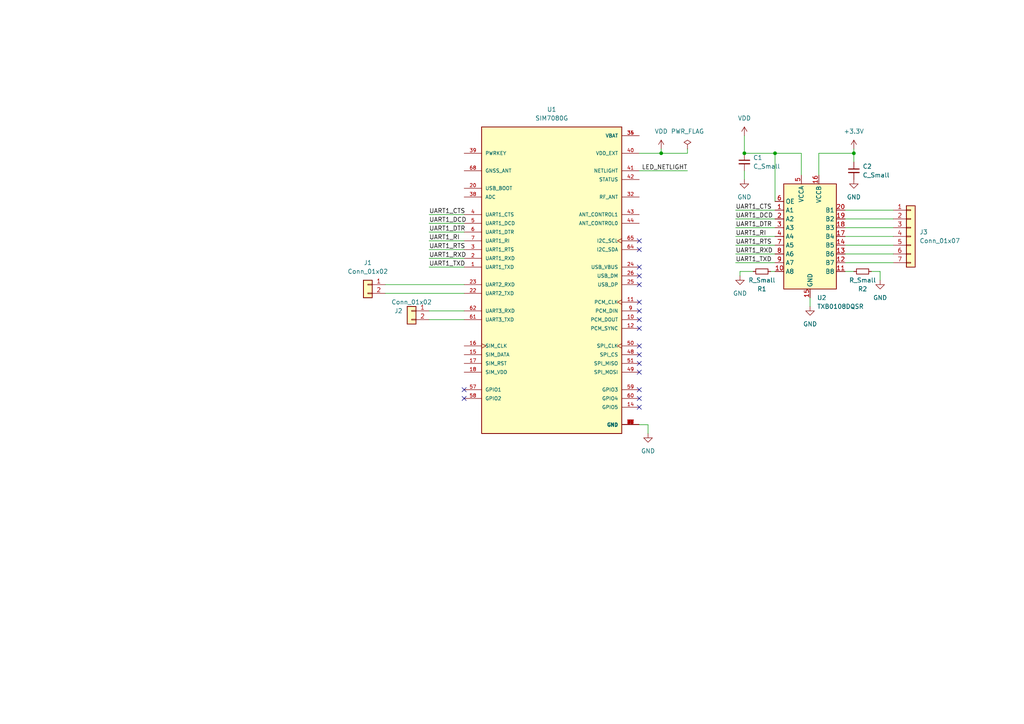
<source format=kicad_sch>
(kicad_sch (version 20211123) (generator eeschema)
  (paper "A4")
  (lib_symbols
    (symbol "Connector_Generic:Conn_01x02" (pin_names (offset 1.016) hide)
      (property "Reference" "J" (at 0 2.54 0))
      (property "Value" "Conn_01x02" (at 0 -5.08 0))
      (symbol "Conn_01x02_1_1"
        (rectangle (start -1.27 -2.413) (end 0 -2.667) (stroke (width 0.1524)))
        (rectangle (start -1.27 0.127) (end 0 -0.127) (stroke (width 0.1524)))
        (rectangle (start -1.27 1.27) (end 1.27 -3.81) (stroke (width 0.254)) (fill (type background)))
        (pin passive line (at -5.08 0 0) (length 3.81) (name "Pin_1") (number "1"))
        (pin passive line (at -5.08 -2.54 0) (length 3.81) (name "Pin_2") (number "2"))
      )
    )
    (symbol "Connector_Generic:Conn_01x07" (pin_names (offset 1.016) hide)
      (property "Reference" "J" (at 0 10.16 0))
      (property "Value" "Conn_01x07" (at 0 -10.16 0))
      (symbol "Conn_01x07_1_1"
        (rectangle (start -1.27 -7.493) (end 0 -7.747) (stroke (width 0.1524)))
        (rectangle (start -1.27 -4.953) (end 0 -5.207) (stroke (width 0.1524)))
        (rectangle (start -1.27 -2.413) (end 0 -2.667) (stroke (width 0.1524)))
        (rectangle (start -1.27 0.127) (end 0 -0.127) (stroke (width 0.1524)))
        (rectangle (start -1.27 2.667) (end 0 2.413) (stroke (width 0.1524)))
        (rectangle (start -1.27 5.207) (end 0 4.953) (stroke (width 0.1524)))
        (rectangle (start -1.27 7.747) (end 0 7.493) (stroke (width 0.1524)))
        (rectangle (start -1.27 8.89) (end 1.27 -8.89) (stroke (width 0.254)) (fill (type background)))
        (pin passive line (at -5.08 7.62 0) (length 3.81) (name "Pin_1") (number "1"))
        (pin passive line (at -5.08 5.08 0) (length 3.81) (name "Pin_2") (number "2"))
        (pin passive line (at -5.08 2.54 0) (length 3.81) (name "Pin_3") (number "3"))
        (pin passive line (at -5.08 0 0) (length 3.81) (name "Pin_4") (number "4"))
        (pin passive line (at -5.08 -2.54 0) (length 3.81) (name "Pin_5") (number "5"))
        (pin passive line (at -5.08 -5.08 0) (length 3.81) (name "Pin_6") (number "6"))
        (pin passive line (at -5.08 -7.62 0) (length 3.81) (name "Pin_7") (number "7"))
      )
    )
    (symbol "Device:C_Small" (pin_numbers hide) (pin_names (offset 0.254) hide)
      (property "Reference" "C" (at 0.254 1.778 0))
      (property "Value" "C_Small" (at 0.254 -2.032 0))
      (symbol "C_Small_0_1"
        (polyline (pts (xy -1.524 -0.508) (xy 1.524 -0.508)) (stroke (width 0.3302)))
        (polyline (pts (xy -1.524 0.508) (xy 1.524 0.508)) (stroke (width 0.3048)))
      )
      (symbol "C_Small_1_1"
        (pin passive line (at 0 2.54 270) (length 2.032) (name "~") (number "1"))
        (pin passive line (at 0 -2.54 90) (length 2.032) (name "~") (number "2"))
      )
    )
    (symbol "Device:R_Small" (pin_numbers hide) (pin_names (offset 0.254) hide)
      (property "Reference" "R" (at 0.762 0.508 0))
      (property "Value" "R_Small" (at 0.762 -1.016 0))
      (symbol "R_Small_0_1"
        (rectangle (start -0.762 1.778) (end 0.762 -1.778) (stroke (width 0.2032)))
      )
      (symbol "R_Small_1_1"
        (pin passive line (at 0 2.54 270) (length 0.762) (name "~") (number "1"))
        (pin passive line (at 0 -2.54 90) (length 0.762) (name "~") (number "2"))
      )
    )
    (symbol "Logic_LevelTranslator:TXB0108DQSR"
      (property "Reference" "U" (at -6.35 16.51 0))
      (property "Value" "TXB0108DQSR" (at 3.81 16.51 0))
      (symbol "TXB0108DQSR_0_1"
        (rectangle (start -7.62 15.24) (end 7.62 -15.24) (stroke (width 0.254)) (fill (type background)))
      )
      (symbol "TXB0108DQSR_1_1"
        (pin bidirectional line (at -10.16 7.62 0) (length 2.54) (name "A1") (number "1"))
        (pin bidirectional line (at -10.16 -10.16 0) (length 2.54) (name "A8") (number "10"))
        (pin bidirectional line (at 10.16 -10.16 180) (length 2.54) (name "B8") (number "11"))
        (pin bidirectional line (at 10.16 -7.62 180) (length 2.54) (name "B7") (number "12"))
        (pin bidirectional line (at 10.16 -5.08 180) (length 2.54) (name "B6") (number "13"))
        (pin bidirectional line (at 10.16 -2.54 180) (length 2.54) (name "B5") (number "14"))
        (pin power_in line (at 0 -17.78 90) (length 2.54) (name "GND") (number "15"))
        (pin power_in line (at 2.54 17.78 270) (length 2.54) (name "VCCB") (number "16"))
        (pin bidirectional line (at 10.16 0 180) (length 2.54) (name "B4") (number "17"))
        (pin bidirectional line (at 10.16 2.54 180) (length 2.54) (name "B3") (number "18"))
        (pin bidirectional line (at 10.16 5.08 180) (length 2.54) (name "B2") (number "19"))
        (pin bidirectional line (at -10.16 5.08 0) (length 2.54) (name "A2") (number "2"))
        (pin bidirectional line (at 10.16 7.62 180) (length 2.54) (name "B1") (number "20"))
        (pin bidirectional line (at -10.16 2.54 0) (length 2.54) (name "A3") (number "3"))
        (pin bidirectional line (at -10.16 0 0) (length 2.54) (name "A4") (number "4"))
        (pin power_in line (at -2.54 17.78 270) (length 2.54) (name "VCCA") (number "5"))
        (pin input line (at -10.16 10.16 0) (length 2.54) (name "OE") (number "6"))
        (pin bidirectional line (at -10.16 -2.54 0) (length 2.54) (name "A5") (number "7"))
        (pin bidirectional line (at -10.16 -5.08 0) (length 2.54) (name "A6") (number "8"))
        (pin bidirectional line (at -10.16 -7.62 0) (length 2.54) (name "A7") (number "9"))
      )
    )
    (symbol "SIM7080G:SIM7080G" (pin_names (offset 1.016))
      (property "Reference" "U" (at -20.066 44.196 0))
      (property "Value" "SIM7080G" (at -20.066 -46.736 0))
      (symbol "SIM7080G_0_0"
        (rectangle (start -20.32 -45.72) (end 20.32 43.18) (stroke (width 0.254)) (fill (type background)))
        (pin output line (at -25.4 2.54 0) (length 5.08) (name "UART1_TXD") (number "1"))
        (pin output line (at 25.4 -12.7 180) (length 5.08) (name "PCM_DOUT") (number "10"))
        (pin output clock (at 25.4 -7.62 180) (length 5.08) (name "PCM_CLK") (number "11"))
        (pin output line (at 25.4 -15.24 180) (length 5.08) (name "PCM_SYNC") (number "12"))
        (pin power_in line (at 25.4 -43.18 180) (length 5.08) (name "GND") (number "13"))
        (pin bidirectional line (at 25.4 -38.1 180) (length 5.08) (name "GPIO5") (number "14"))
        (pin bidirectional line (at -25.4 -22.86 0) (length 5.08) (name "SIM_DATA") (number "15"))
        (pin output clock (at -25.4 -20.32 0) (length 5.08) (name "SIM_CLK") (number "16"))
        (pin output line (at -25.4 -25.4 0) (length 5.08) (name "SIM_RST") (number "17"))
        (pin output line (at -25.4 -27.94 0) (length 5.08) (name "SIM_VDD") (number "18"))
        (pin power_in line (at 25.4 -43.18 180) (length 5.08) (name "GND") (number "19"))
        (pin input line (at -25.4 5.08 0) (length 5.08) (name "UART1_RXD") (number "2"))
        (pin input line (at -25.4 25.4 0) (length 5.08) (name "USB_BOOT") (number "20"))
        (pin power_in line (at 25.4 -43.18 180) (length 5.08) (name "GND") (number "21"))
        (pin output line (at -25.4 -5.08 0) (length 5.08) (name "UART2_TXD") (number "22"))
        (pin input line (at -25.4 -2.54 0) (length 5.08) (name "UART2_RXD") (number "23"))
        (pin input line (at 25.4 2.54 180) (length 5.08) (name "USB_VBUS") (number "24"))
        (pin bidirectional line (at 25.4 -2.54 180) (length 5.08) (name "USB_DP") (number "25"))
        (pin bidirectional line (at 25.4 0 180) (length 5.08) (name "USB_DM") (number "26"))
        (pin power_in line (at 25.4 -43.18 180) (length 5.08) (name "GND") (number "27"))
        (pin input line (at -25.4 7.62 0) (length 5.08) (name "UART1_RTS") (number "3"))
        (pin power_in line (at 25.4 -43.18 180) (length 5.08) (name "GND") (number "30"))
        (pin power_in line (at 25.4 -43.18 180) (length 5.08) (name "GND") (number "31"))
        (pin bidirectional line (at 25.4 22.86 180) (length 5.08) (name "RF_ANT") (number "32"))
        (pin power_in line (at 25.4 -43.18 180) (length 5.08) (name "GND") (number "33"))
        (pin power_in line (at 25.4 40.64 180) (length 5.08) (name "VBAT") (number "34"))
        (pin power_in line (at 25.4 40.64 180) (length 5.08) (name "VBAT") (number "35"))
        (pin power_in line (at 25.4 -43.18 180) (length 5.08) (name "GND") (number "36"))
        (pin power_in line (at 25.4 -43.18 180) (length 5.08) (name "GND") (number "37"))
        (pin input line (at -25.4 22.86 0) (length 5.08) (name "ADC") (number "38"))
        (pin input line (at -25.4 35.56 0) (length 5.08) (name "PWRKEY") (number "39"))
        (pin output line (at -25.4 17.78 0) (length 5.08) (name "UART1_CTS") (number "4"))
        (pin output line (at 25.4 35.56 180) (length 5.08) (name "VDD_EXT") (number "40"))
        (pin output line (at 25.4 30.48 180) (length 5.08) (name "NETLIGHT") (number "41"))
        (pin output line (at 25.4 27.94 180) (length 5.08) (name "STATUS") (number "42"))
        (pin bidirectional line (at 25.4 17.78 180) (length 5.08) (name "ANT_CONTROL1") (number "43"))
        (pin output line (at 25.4 15.24 180) (length 5.08) (name "ANT_CONTROL0") (number "44"))
        (pin power_in line (at 25.4 -43.18 180) (length 5.08) (name "GND") (number "45"))
        (pin output line (at 25.4 -22.86 180) (length 5.08) (name "SPI_CS") (number "48"))
        (pin output line (at 25.4 -27.94 180) (length 5.08) (name "SPI_MOSI") (number "49"))
        (pin output line (at -25.4 15.24 0) (length 5.08) (name "UART1_DCD") (number "5"))
        (pin output clock (at 25.4 -20.32 180) (length 5.08) (name "SPI_CLK") (number "50"))
        (pin input line (at 25.4 -25.4 180) (length 5.08) (name "SPI_MISO") (number "51"))
        (pin bidirectional line (at -25.4 -33.02 0) (length 5.08) (name "GPIO1") (number "57"))
        (pin bidirectional line (at -25.4 -35.56 0) (length 5.08) (name "GPIO2") (number "58"))
        (pin bidirectional line (at 25.4 -33.02 180) (length 5.08) (name "GPIO3") (number "59"))
        (pin input line (at -25.4 12.7 0) (length 5.08) (name "UART1_DTR") (number "6"))
        (pin bidirectional line (at 25.4 -35.56 180) (length 5.08) (name "GPIO4") (number "60"))
        (pin output line (at -25.4 -12.7 0) (length 5.08) (name "UART3_TXD") (number "61"))
        (pin input line (at -25.4 -10.16 0) (length 5.08) (name "UART3_RXD") (number "62"))
        (pin power_in line (at 25.4 -43.18 180) (length 5.08) (name "GND") (number "63"))
        (pin bidirectional line (at 25.4 7.62 180) (length 5.08) (name "I2C_SDA") (number "64"))
        (pin output clock (at 25.4 10.16 180) (length 5.08) (name "I2C_SCL") (number "65"))
        (pin power_in line (at 25.4 -43.18 180) (length 5.08) (name "GND") (number "66"))
        (pin power_in line (at 25.4 -43.18 180) (length 5.08) (name "GND") (number "67"))
        (pin input line (at -25.4 30.48 0) (length 5.08) (name "GNSS_ANT") (number "68"))
        (pin power_in line (at 25.4 -43.18 180) (length 5.08) (name "GND") (number "69"))
        (pin output line (at -25.4 10.16 0) (length 5.08) (name "UART1_RI") (number "7"))
        (pin power_in line (at 25.4 -43.18 180) (length 5.08) (name "GND") (number "70"))
        (pin power_in line (at 25.4 -43.18 180) (length 5.08) (name "GND") (number "71"))
        (pin power_in line (at 25.4 -43.18 180) (length 5.08) (name "GND") (number "72"))
        (pin power_in line (at 25.4 -43.18 180) (length 5.08) (name "GND") (number "73"))
        (pin power_in line (at 25.4 -43.18 180) (length 5.08) (name "GND") (number "74"))
        (pin power_in line (at 25.4 -43.18 180) (length 5.08) (name "GND") (number "75"))
        (pin power_in line (at 25.4 -43.18 180) (length 5.08) (name "GND") (number "76"))
        (pin power_in line (at 25.4 -43.18 180) (length 5.08) (name "GND") (number "77"))
        (pin power_in line (at 25.4 -43.18 180) (length 5.08) (name "GND") (number "8"))
        (pin input line (at 25.4 -10.16 180) (length 5.08) (name "PCM_DIN") (number "9"))
      )
    )
    (symbol "power:+3.3V" (power) (pin_names (offset 0))
      (property "Value" "+3.3V" (at 0 3.556 0))
      (symbol "+3.3V_0_1"
        (polyline (pts (xy -0.762 1.27) (xy 0 2.54)))
        (polyline (pts (xy 0 0) (xy 0 2.54)))
        (polyline (pts (xy 0 2.54) (xy 0.762 1.27)))
      )
      (symbol "+3.3V_1_1"
        (pin power_in line (at 0 0 90) (length 0) hide (name "+3.3V") (number "1"))
      )
    )
    (symbol "power:GND" (power) (pin_names (offset 0))
      (property "Value" "GND" (at 0 -3.81 0))
      (symbol "GND_0_1"
        (polyline (pts (xy 0 0) (xy 0 -1.27) (xy 1.27 -1.27) (xy 0 -2.54) (xy -1.27 -1.27) (xy 0 -1.27)))
      )
      (symbol "GND_1_1"
        (pin power_in line (at 0 0 270) (length 0) hide (name "GND") (number "1"))
      )
    )
    (symbol "power:PWR_FLAG" (power) (pin_numbers hide) (pin_names (offset 0) hide)
      (property "Value" "PWR_FLAG" (at 0 3.81 0))
      (symbol "PWR_FLAG_0_0"
        (pin power_out line (at 0 0 90) (length 0) (name "pwr") (number "1"))
      )
      (symbol "PWR_FLAG_0_1"
        (polyline (pts (xy 0 0) (xy 0 1.27) (xy -1.016 1.905) (xy 0 2.54) (xy 1.016 1.905) (xy 0 1.27)))
      )
    )
    (symbol "power:VDD" (power) (pin_names (offset 0))
      (property "Value" "VDD" (at 0 3.81 0))
      (symbol "VDD_0_1"
        (polyline (pts (xy -0.762 1.27) (xy 0 2.54)))
        (polyline (pts (xy 0 0) (xy 0 2.54)))
        (polyline (pts (xy 0 2.54) (xy 0.762 1.27)))
      )
      (symbol "VDD_1_1"
        (pin power_in line (at 0 0 90) (length 0) hide (name "VDD") (number "1"))
      )
    )
  )
  (junction (at 215.9 44.45))
  (junction (at 191.77 44.45))
  (junction (at 247.65 44.45))
  (junction (at 224.79 44.45))
  (no_connect (at 185.42 87.63))
  (no_connect (at 185.42 77.47))
  (no_connect (at 185.42 107.95))
  (no_connect (at 185.42 105.41))
  (no_connect (at 185.42 113.03))
  (no_connect (at 185.42 95.25))
  (no_connect (at 185.42 100.33))
  (no_connect (at 134.62 113.03))
  (no_connect (at 185.42 92.71))
  (no_connect (at 185.42 82.55))
  (no_connect (at 134.62 115.57))
  (no_connect (at 185.42 90.17))
  (no_connect (at 185.42 115.57))
  (no_connect (at 185.42 80.01))
  (no_connect (at 185.42 72.39))
  (no_connect (at 185.42 69.85))
  (no_connect (at 185.42 102.87))
  (no_connect (at 185.42 118.11))
  (wire (pts (xy 215.9 44.45) (xy 224.79 44.45)))
  (wire (pts (xy 124.46 72.39) (xy 134.62 72.39)))
  (wire (pts (xy 185.42 44.45) (xy 191.77 44.45)))
  (wire (pts (xy 224.79 58.42) (xy 224.79 44.45)))
  (wire (pts (xy 187.96 123.19) (xy 187.96 125.73)))
  (wire (pts (xy 245.11 66.04) (xy 259.08 66.04)))
  (wire (pts (xy 124.46 74.93) (xy 134.62 74.93)))
  (wire (pts (xy 191.77 44.45) (xy 199.39 44.45)))
  (wire (pts (xy 124.46 69.85) (xy 134.62 69.85)))
  (wire (pts (xy 213.36 71.12) (xy 224.79 71.12)))
  (wire (pts (xy 245.11 78.74) (xy 247.65 78.74)))
  (wire (pts (xy 247.65 43.18) (xy 247.65 44.45)))
  (wire (pts (xy 247.65 44.45) (xy 247.65 46.99)))
  (wire (pts (xy 199.39 49.53) (xy 185.42 49.53)))
  (wire (pts (xy 111.76 85.09) (xy 134.62 85.09)))
  (wire (pts (xy 213.36 60.96) (xy 224.79 60.96)))
  (wire (pts (xy 213.36 76.2) (xy 224.79 76.2)))
  (wire (pts (xy 255.27 78.74) (xy 255.27 81.28)))
  (wire (pts (xy 245.11 73.66) (xy 259.08 73.66)))
  (wire (pts (xy 124.46 67.31) (xy 134.62 67.31)))
  (wire (pts (xy 191.77 44.45) (xy 191.77 43.18)))
  (wire (pts (xy 215.9 49.53) (xy 215.9 52.07)))
  (wire (pts (xy 111.76 82.55) (xy 134.62 82.55)))
  (wire (pts (xy 245.11 71.12) (xy 259.08 71.12)))
  (wire (pts (xy 215.9 39.37) (xy 215.9 44.45)))
  (wire (pts (xy 124.46 92.71) (xy 134.62 92.71)))
  (wire (pts (xy 245.11 68.58) (xy 259.08 68.58)))
  (wire (pts (xy 199.39 43.18) (xy 199.39 44.45)))
  (wire (pts (xy 245.11 76.2) (xy 259.08 76.2)))
  (wire (pts (xy 232.41 50.8) (xy 232.41 44.45)))
  (wire (pts (xy 124.46 90.17) (xy 134.62 90.17)))
  (wire (pts (xy 252.73 78.74) (xy 255.27 78.74)))
  (wire (pts (xy 124.46 62.23) (xy 134.62 62.23)))
  (wire (pts (xy 245.11 63.5) (xy 259.08 63.5)))
  (wire (pts (xy 185.42 123.19) (xy 187.96 123.19)))
  (wire (pts (xy 224.79 44.45) (xy 232.41 44.45)))
  (wire (pts (xy 234.95 86.36) (xy 234.95 88.9)))
  (wire (pts (xy 214.63 78.74) (xy 214.63 80.01)))
  (wire (pts (xy 223.52 78.74) (xy 224.79 78.74)))
  (wire (pts (xy 237.49 44.45) (xy 247.65 44.45)))
  (wire (pts (xy 213.36 63.5) (xy 224.79 63.5)))
  (wire (pts (xy 237.49 50.8) (xy 237.49 44.45)))
  (wire (pts (xy 218.44 78.74) (xy 214.63 78.74)))
  (wire (pts (xy 245.11 60.96) (xy 259.08 60.96)))
  (wire (pts (xy 213.36 66.04) (xy 224.79 66.04)))
  (wire (pts (xy 124.46 64.77) (xy 134.62 64.77)))
  (wire (pts (xy 213.36 73.66) (xy 224.79 73.66)))
  (wire (pts (xy 124.46 77.47) (xy 134.62 77.47)))
  (wire (pts (xy 213.36 68.58) (xy 224.79 68.58)))
  (label "UART1_DTR" (at 213.36 66.04 0))
  (label "UART1_RTS" (at 124.46 72.39 0))
  (label "UART1_CTS" (at 124.46 62.23 0))
  (label "UART1_RXD" (at 213.36 73.66 0))
  (label "UART1_TXD" (at 124.46 77.47 0))
  (label "UART1_RTS" (at 213.36 71.12 0))
  (label "UART1_DTR" (at 124.46 67.31 0))
  (label "UART1_TXD" (at 213.36 76.2 0))
  (label "UART1_RI" (at 124.46 69.85 0))
  (label "UART1_DCD" (at 213.36 63.5 0))
  (label "UART1_RI" (at 213.36 68.58 0))
  (label "UART1_CTS" (at 213.36 60.96 0))
  (label "UART1_DCD" (at 124.46 64.77 0))
  (label "UART1_RXD" (at 124.46 74.93 0))
  (label "LED_NETLIGHT" (at 199.39 49.53 180))
  (symbol (lib_id "power:PWR_FLAG") (at 199.39 43.18 0) (unit 1)
    (property "Reference" "#FLG0101" (effects hide))
    (property "Value" "PWR_FLAG" (at 199.39 38.1 0))
  )
  (symbol (lib_id "Device:R_Small") (at 220.98 78.74 270) (unit 1)
    (property "Reference" "R1" (at 220.98 83.82 90))
    (property "Value" "R_Small" (at 220.98 81.28 90))
  )
  (symbol (lib_id "power:VDD") (at 215.9 39.37 0) (unit 1)
    (property "Reference" "#PWR04" (effects hide))
    (property "Value" "VDD" (at 215.9 34.29 0))
  )
  (symbol (lib_id "SIM7080G:SIM7080G") (at 160.02 80.01 0) (unit 1)
    (property "Reference" "U1" (at 160.02 31.75 0))
    (property "Value" "SIM7080G" (at 160.02 34.29 0))
    (property "Footprint" "SIM7080G:XCVR_SIM7080G" (effects hide))
    (property "PARTREV" "1.04" (effects hide))
    (property "STANDARD" "Manufacturer Recommendation" (effects hide))
    (property "MAXIMUM_PACKAGE_HEIGHT" "2.6 mm" (effects hide))
    (property "MANUFACTURER" "SIMCOM" (effects hide))
  )
  (symbol (lib_id "Connector_Generic:Conn_01x02") (at 119.38 90.17 0) (mirror y) (unit 1)
    (property "Reference" "J2" (at 115.57 90.17 0))
    (property "Value" "Conn_01x02" (at 119.38 87.63 0))
    (property "Footprint" "Connector_PinHeader_2.54mm:PinHeader_1x02_P2.54mm_Vertical" (effects hide))
  )
  (symbol (lib_id "Logic_LevelTranslator:TXB0108DQSR") (at 234.95 68.58 0) (unit 1)
    (property "Reference" "U2" (at 236.9694 86.36 0) (effects (justify left)))
    (property "Value" "TXB0108DQSR" (at 236.9694 88.9 0) (effects (justify left)))
    (property "Footprint" "Package_SON:USON-20_2x4mm_P0.4mm" (effects hide))
    (property "Datasheet" "http://www.ti.com/lit/ds/symlink/txb0108.pdf" (effects hide))
  )
  (symbol (lib_id "power:+3.3V") (at 247.65 43.18 0) (unit 1)
    (property "Reference" "#PWR07" (effects hide))
    (property "Value" "+3.3V" (at 247.65 38.1 0))
  )
  (symbol (lib_id "Connector_Generic:Conn_01x07") (at 264.16 68.58 0) (unit 1)
    (property "Reference" "J3" (at 266.7 67.3099 0) (effects (justify left)))
    (property "Value" "Conn_01x07" (at 266.7 69.8499 0) (effects (justify left)))
    (property "Footprint" "Connector_PinHeader_2.54mm:PinHeader_1x07_P2.54mm_Vertical" (effects hide))
  )
  (symbol (lib_id "Device:C_Small") (at 215.9 46.99 0) (unit 1)
    (property "Reference" "C1" (at 218.44 45.7262 0) (effects (justify left)))
    (property "Value" "C_Small" (at 218.44 48.2662 0) (effects (justify left)))
  )
  (symbol (lib_id "Connector_Generic:Conn_01x02") (at 106.68 82.55 0) (mirror y) (unit 1)
    (property "Reference" "J1" (at 106.68 76.2 0))
    (property "Value" "Conn_01x02" (at 106.68 78.74 0))
    (property "Footprint" "Connector_PinHeader_2.54mm:PinHeader_1x02_P2.54mm_Vertical" (effects hide))
  )
  (symbol (lib_id "power:GND") (at 214.63 80.01 0) (unit 1)
    (property "Reference" "#PWR03" (effects hide))
    (property "Value" "GND" (at 214.63 85.09 0))
  )
  (symbol (lib_id "power:VDD") (at 191.77 43.18 0) (unit 1)
    (property "Reference" "#PWR02" (effects hide))
    (property "Value" "VDD" (at 191.77 38.1 0))
  )
  (symbol (lib_id "Device:R_Small") (at 250.19 78.74 270) (unit 1)
    (property "Reference" "R2" (at 250.19 83.82 90))
    (property "Value" "R_Small" (at 250.19 81.28 90))
  )
  (symbol (lib_id "power:GND") (at 187.96 125.73 0) (unit 1)
    (property "Reference" "#PWR01" (effects hide))
    (property "Value" "GND" (at 187.96 130.81 0))
  )
  (symbol (lib_id "power:GND") (at 215.9 52.07 0) (unit 1)
    (property "Reference" "#PWR05" (effects hide))
    (property "Value" "GND" (at 215.9 57.15 0))
  )
  (symbol (lib_id "Device:C_Small") (at 247.65 49.53 0) (unit 1)
    (property "Reference" "C2" (at 250.19 48.2662 0) (effects (justify left)))
    (property "Value" "C_Small" (at 250.19 50.8062 0) (effects (justify left)))
  )
  (symbol (lib_id "power:GND") (at 247.65 52.07 0) (unit 1)
    (property "Reference" "#PWR08" (effects hide))
    (property "Value" "GND" (at 247.65 57.15 0))
  )
  (symbol (lib_id "power:GND") (at 255.27 81.28 0) (unit 1)
    (property "Reference" "#PWR09" (effects hide))
    (property "Value" "GND" (at 255.27 86.36 0))
  )
  (symbol (lib_id "power:GND") (at 234.95 88.9 0) (unit 1)
    (property "Reference" "#PWR06" (effects hide))
    (property "Value" "GND" (at 234.95 93.98 0))
  )
)
</source>
